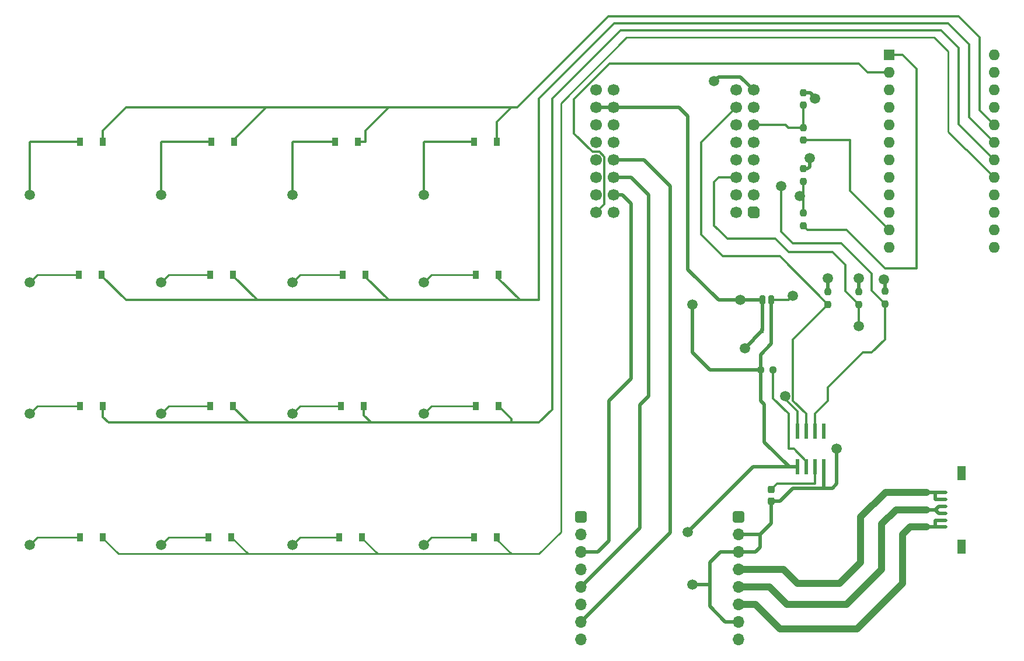
<source format=gbr>
%TF.GenerationSoftware,KiCad,Pcbnew,(6.0.1)*%
%TF.CreationDate,2022-11-10T11:11:30+08:00*%
%TF.ProjectId,Scroller1,5363726f-6c6c-4657-9231-2e6b69636164,rev?*%
%TF.SameCoordinates,Original*%
%TF.FileFunction,Copper,L1,Top*%
%TF.FilePolarity,Positive*%
%FSLAX46Y46*%
G04 Gerber Fmt 4.6, Leading zero omitted, Abs format (unit mm)*
G04 Created by KiCad (PCBNEW (6.0.1)) date 2022-11-10 11:11:30*
%MOMM*%
%LPD*%
G01*
G04 APERTURE LIST*
G04 Aperture macros list*
%AMRoundRect*
0 Rectangle with rounded corners*
0 $1 Rounding radius*
0 $2 $3 $4 $5 $6 $7 $8 $9 X,Y pos of 4 corners*
0 Add a 4 corners polygon primitive as box body*
4,1,4,$2,$3,$4,$5,$6,$7,$8,$9,$2,$3,0*
0 Add four circle primitives for the rounded corners*
1,1,$1+$1,$2,$3*
1,1,$1+$1,$4,$5*
1,1,$1+$1,$6,$7*
1,1,$1+$1,$8,$9*
0 Add four rect primitives between the rounded corners*
20,1,$1+$1,$2,$3,$4,$5,0*
20,1,$1+$1,$4,$5,$6,$7,0*
20,1,$1+$1,$6,$7,$8,$9,0*
20,1,$1+$1,$8,$9,$2,$3,0*%
%AMFreePoly0*
4,1,19,-0.850000,0.510000,-0.510000,0.850000,0.255000,0.850000,0.408997,0.829726,0.552500,0.770285,0.675729,0.675729,0.770285,0.552500,0.829726,0.408997,0.850000,0.255000,0.850000,-0.510000,0.510000,-0.850000,-0.255000,-0.850000,-0.408997,-0.829726,-0.552500,-0.770285,-0.675729,-0.675729,-0.770285,-0.552500,-0.829726,-0.408997,-0.850000,-0.255000,-0.850000,0.510000,-0.850000,0.510000,
$1*%
G04 Aperture macros list end*
%TA.AperFunction,SMDPad,CuDef*%
%ADD10R,0.900000X1.200000*%
%TD*%
%TA.AperFunction,SMDPad,CuDef*%
%ADD11RoundRect,0.237500X0.237500X-0.250000X0.237500X0.250000X-0.237500X0.250000X-0.237500X-0.250000X0*%
%TD*%
%TA.AperFunction,SMDPad,CuDef*%
%ADD12RoundRect,0.237500X0.237500X-0.300000X0.237500X0.300000X-0.237500X0.300000X-0.237500X-0.300000X0*%
%TD*%
%TA.AperFunction,SMDPad,CuDef*%
%ADD13RoundRect,0.237500X-0.237500X0.250000X-0.237500X-0.250000X0.237500X-0.250000X0.237500X0.250000X0*%
%TD*%
%TA.AperFunction,SMDPad,CuDef*%
%ADD14RoundRect,0.208750X0.208750X0.431250X-0.208750X0.431250X-0.208750X-0.431250X0.208750X-0.431250X0*%
%TD*%
%TA.AperFunction,SMDPad,CuDef*%
%ADD15R,0.600000X2.200000*%
%TD*%
%TA.AperFunction,SMDPad,CuDef*%
%ADD16R,0.600000X0.700000*%
%TD*%
%TA.AperFunction,ComponentPad*%
%ADD17RoundRect,0.399500X0.450500X0.450500X-0.450500X0.450500X-0.450500X-0.450500X0.450500X-0.450500X0*%
%TD*%
%TA.AperFunction,ComponentPad*%
%ADD18O,1.700000X1.700000*%
%TD*%
%TA.AperFunction,ComponentPad*%
%ADD19FreePoly0,180.000000*%
%TD*%
%TA.AperFunction,ComponentPad*%
%ADD20C,1.700000*%
%TD*%
%TA.AperFunction,ComponentPad*%
%ADD21R,1.600000X1.600000*%
%TD*%
%TA.AperFunction,ComponentPad*%
%ADD22O,1.600000X1.600000*%
%TD*%
%TA.AperFunction,SMDPad,CuDef*%
%ADD23RoundRect,0.237500X-0.250000X-0.237500X0.250000X-0.237500X0.250000X0.237500X-0.250000X0.237500X0*%
%TD*%
%TA.AperFunction,SMDPad,CuDef*%
%ADD24R,1.000000X0.400000*%
%TD*%
%TA.AperFunction,SMDPad,CuDef*%
%ADD25R,1.300000X2.000000*%
%TD*%
%TA.AperFunction,ViaPad*%
%ADD26C,1.500000*%
%TD*%
%TA.AperFunction,Conductor*%
%ADD27C,0.300000*%
%TD*%
%TA.AperFunction,Conductor*%
%ADD28C,0.250000*%
%TD*%
%TA.AperFunction,Conductor*%
%ADD29C,0.500000*%
%TD*%
%TA.AperFunction,Conductor*%
%ADD30C,1.000000*%
%TD*%
G04 APERTURE END LIST*
D10*
%TO.P,D1_1,1,K*%
%TO.N,/Row 2*%
X119194000Y-91821000D03*
%TO.P,D1_1,2,A*%
%TO.N,Net-(D1_1-Pad2)*%
X115894000Y-91821000D03*
%TD*%
%TO.P,D1_0,1,K*%
%TO.N,/Row 2*%
X138498000Y-91821000D03*
%TO.P,D1_0,2,A*%
%TO.N,Net-(D1_0-Pad2)*%
X135198000Y-91821000D03*
%TD*%
%TO.P,D2_0,1,K*%
%TO.N,/Row 3*%
X138496000Y-110871000D03*
%TO.P,D2_0,2,A*%
%TO.N,Net-(D2_0-Pad2)*%
X135196000Y-110871000D03*
%TD*%
%TO.P,D1_2,1,K*%
%TO.N,/Row 2*%
X100016000Y-91821000D03*
%TO.P,D1_2,2,A*%
%TO.N,Net-(D1_2-Pad2)*%
X96716000Y-91821000D03*
%TD*%
%TO.P,D2_3,1,K*%
%TO.N,/Row 3*%
X81092000Y-110871000D03*
%TO.P,D2_3,2,A*%
%TO.N,Net-(D2_3-Pad2)*%
X77792000Y-110871000D03*
%TD*%
%TO.P,D2_2,1,K*%
%TO.N,/Row 3*%
X100014000Y-110871000D03*
%TO.P,D2_2,2,A*%
%TO.N,Net-(D2_2-Pad2)*%
X96714000Y-110871000D03*
%TD*%
%TO.P,D0_3,1,K*%
%TO.N,/Row 1*%
X81092000Y-72517000D03*
%TO.P,D0_3,2,A*%
%TO.N,Net-(D0_3-Pad2)*%
X77792000Y-72517000D03*
%TD*%
%TO.P,D3_1,1,K*%
%TO.N,/Row 4*%
X118684000Y-129921000D03*
%TO.P,D3_1,2,A*%
%TO.N,Net-(D3_1-Pad2)*%
X115384000Y-129921000D03*
%TD*%
%TO.P,D2_1,1,K*%
%TO.N,/Row 3*%
X118938000Y-110871000D03*
%TO.P,D2_1,2,A*%
%TO.N,Net-(D2_1-Pad2)*%
X115638000Y-110871000D03*
%TD*%
%TO.P,D3_3,1,K*%
%TO.N,/Row 4*%
X81092000Y-129921000D03*
%TO.P,D3_3,2,A*%
%TO.N,Net-(D3_3-Pad2)*%
X77792000Y-129921000D03*
%TD*%
%TO.P,D3_0,1,K*%
%TO.N,/Row 4*%
X138242000Y-129921000D03*
%TO.P,D3_0,2,A*%
%TO.N,Net-(D3_0-Pad2)*%
X134942000Y-129921000D03*
%TD*%
%TO.P,D0_2,1,K*%
%TO.N,/Row 1*%
X100142000Y-72517000D03*
%TO.P,D0_2,2,A*%
%TO.N,Net-(D0_2-Pad2)*%
X96842000Y-72517000D03*
%TD*%
%TO.P,D1_3,1,K*%
%TO.N,/Row 2*%
X80966000Y-91821000D03*
%TO.P,D1_3,2,A*%
%TO.N,Net-(D1_3-Pad2)*%
X77666000Y-91821000D03*
%TD*%
%TO.P,D3_2,1,K*%
%TO.N,/Row 4*%
X99760000Y-129921000D03*
%TO.P,D3_2,2,A*%
%TO.N,Net-(D3_2-Pad2)*%
X96460000Y-129921000D03*
%TD*%
%TO.P,D0_0,1,K*%
%TO.N,/Row 1*%
X138242000Y-72517000D03*
%TO.P,D0_0,2,A*%
%TO.N,Net-(D0_0-Pad2)*%
X134942000Y-72517000D03*
%TD*%
D11*
%TO.P,RS_2,1*%
%TO.N,Net-(ESP32-Pad17)*%
X182696075Y-78279000D03*
%TO.P,RS_2,2*%
%TO.N,GND*%
X182696075Y-76454000D03*
%TD*%
D12*
%TO.P,C1,1*%
%TO.N,GND*%
X178040000Y-124714000D03*
%TO.P,C1,2*%
%TO.N,Net-(C1-Pad2)*%
X178040000Y-122989000D03*
%TD*%
D13*
%TO.P,RT_4,1*%
%TO.N,+3V3*%
X194550000Y-94234000D03*
%TO.P,RT_4,2*%
%TO.N,SDA*%
X194550000Y-96059000D03*
%TD*%
D10*
%TO.P,D0_1,1,K*%
%TO.N,/Row 1*%
X118135400Y-72517000D03*
%TO.P,D0_1,2,A*%
%TO.N,Net-(D0_1-Pad2)*%
X114835400Y-72517000D03*
%TD*%
D14*
%TO.P,C2,1*%
%TO.N,+3V3*%
X178032500Y-95504000D03*
%TO.P,C2,2*%
%TO.N,GND*%
X176777500Y-95504000D03*
%TD*%
D15*
%TO.P,UM1,1,VDD*%
%TO.N,+3V3*%
X181850035Y-119692460D03*
%TO.P,UM1,2,MODE*%
%TO.N,Net-(RT_1-Pad2)*%
X183120035Y-119692460D03*
%TO.P,UM1,3,OUT*%
%TO.N,Net-(C1-Pad2)*%
X184390035Y-119692460D03*
%TO.P,UM1,4,GND*%
%TO.N,GND*%
X185660035Y-119692460D03*
%TO.P,UM1,5,PUSH*%
%TO.N,unconnected-(UM1-Pad5)*%
X185660035Y-114492460D03*
%TO.P,UM1,6,A/SDA*%
%TO.N,SDA*%
X184390035Y-114492460D03*
%TO.P,UM1,7,B/SCL*%
%TO.N,SCL*%
X183120035Y-114492460D03*
%TO.P,UM1,8,Z/CSn*%
%TO.N,CSn*%
X181850035Y-114492460D03*
%TD*%
D13*
%TO.P,RT_2,1*%
%TO.N,+3V3*%
X190740000Y-94314000D03*
%TO.P,RT_2,2*%
%TO.N,CSn*%
X190740000Y-96139000D03*
%TD*%
D16*
%TO.P,D1,1,K*%
%TO.N,+3V3*%
X178054000Y-99949000D03*
%TO.P,D1,2,A*%
%TO.N,GND*%
X176654000Y-99949000D03*
%TD*%
D17*
%TO.P,TMC1,1,+VCC_IO*%
%TO.N,+3V3*%
X150472107Y-126961107D03*
D18*
%TO.P,TMC1,2,GND*%
%TO.N,GND*%
X150472107Y-129501107D03*
%TO.P,TMC1,3,UH_in*%
%TO.N,/UH_In*%
X150472107Y-132041107D03*
%TO.P,TMC1,4,UL_in*%
%TO.N,/UL_In*%
X150472107Y-134581107D03*
%TO.P,TMC1,5,VH_in*%
%TO.N,/VH_In*%
X150472107Y-137121107D03*
%TO.P,TMC1,6,VL_in*%
%TO.N,/VL_In*%
X150472107Y-139661107D03*
%TO.P,TMC1,7,WH_in*%
%TO.N,/WH_In*%
X150472107Y-142201107D03*
%TO.P,TMC1,8,WL_in*%
%TO.N,/WL_In*%
X150472107Y-144741107D03*
D17*
%TO.P,TMC1,9,+VBAT*%
%TO.N,+5V*%
X173272107Y-126961107D03*
D18*
%TO.P,TMC1,10,GND*%
%TO.N,GND*%
X173272107Y-129501107D03*
%TO.P,TMC1,11,GND*%
X173272107Y-132041107D03*
%TO.P,TMC1,12,W*%
%TO.N,/W_Out*%
X173272107Y-134581107D03*
%TO.P,TMC1,13,V*%
%TO.N,/V_Out*%
X173272107Y-137121107D03*
%TO.P,TMC1,14,W*%
%TO.N,/U_Out*%
X173272107Y-139661107D03*
%TO.P,TMC1,15,GND*%
%TO.N,GND*%
X173272107Y-142201107D03*
%TO.P,TMC1,16,DIAG*%
%TO.N,unconnected-(TMC1-Pad16)*%
X173272107Y-144741107D03*
%TD*%
D11*
%TO.P,RM_1,1*%
%TO.N,Net-(QMK1-Pad11)*%
X182696075Y-72286500D03*
%TO.P,RM_1,2*%
%TO.N,Net-(ESP32-Pad6)*%
X182696075Y-70461500D03*
%TD*%
D19*
%TO.P,ESP32,1,EN*%
%TO.N,unconnected-(ESP32-Pad1)*%
X175500000Y-82804000D03*
D20*
%TO.P,ESP32,2,GPIO3*%
%TO.N,unconnected-(ESP32-Pad2)*%
X175500000Y-80264000D03*
%TO.P,ESP32,3,GPIO5*%
%TO.N,unconnected-(ESP32-Pad3)*%
X175500000Y-77724000D03*
%TO.P,ESP32,4,GPIO7*%
%TO.N,unconnected-(ESP32-Pad4)*%
X175500000Y-75184000D03*
%TO.P,ESP32,5,GPIO9*%
%TO.N,unconnected-(ESP32-Pad5)*%
X175500000Y-72644000D03*
%TO.P,ESP32,6,GPIO11*%
%TO.N,Net-(ESP32-Pad6)*%
X175500000Y-70104000D03*
%TO.P,ESP32,7,GPIO12*%
%TO.N,SDA*%
X175500000Y-67564000D03*
%TO.P,ESP32,8,3V3*%
%TO.N,+3V3*%
X175500000Y-65024000D03*
%TO.P,ESP32,9,VBUS*%
%TO.N,+5V*%
X152640000Y-65024000D03*
%TO.P,ESP32,10,GND*%
%TO.N,GND*%
X152640000Y-67564000D03*
%TO.P,ESP32,11,XTAL_32K_N*%
%TO.N,unconnected-(ESP32-Pad11)*%
X152640000Y-70104000D03*
%TO.P,ESP32,12,DAC_2*%
%TO.N,unconnected-(ESP32-Pad12)*%
X152640000Y-72644000D03*
%TO.P,ESP32,13,GPIO33*%
%TO.N,/WL_In*%
X152640000Y-75184000D03*
%TO.P,ESP32,14,GPIO35*%
%TO.N,/VL_In*%
X152640000Y-77724000D03*
%TO.P,ESP32,15,GPIO37*%
%TO.N,/UL_In*%
X152640000Y-80264000D03*
%TO.P,ESP32,16,MTCK*%
%TO.N,Net-(ESP32-Pad16)*%
X152640000Y-82804000D03*
%TO.P,ESP32,17,GPIO1*%
%TO.N,Net-(ESP32-Pad17)*%
X172960000Y-82804000D03*
%TO.P,ESP32,18,GPIO2*%
%TO.N,unconnected-(ESP32-Pad18)*%
X172960000Y-80264000D03*
%TO.P,ESP32,19,GPIO4*%
%TO.N,CSn*%
X172960000Y-77724000D03*
%TO.P,ESP32,20,GPIO6*%
%TO.N,unconnected-(ESP32-Pad20)*%
X172960000Y-75184000D03*
%TO.P,ESP32,21,GPIO8*%
%TO.N,unconnected-(ESP32-Pad21)*%
X172960000Y-72644000D03*
%TO.P,ESP32,22,GPIO10*%
%TO.N,unconnected-(ESP32-Pad22)*%
X172960000Y-70104000D03*
%TO.P,ESP32,23,GPIO13*%
%TO.N,SCL*%
X172960000Y-67564000D03*
%TO.P,ESP32,24,GPIO14*%
%TO.N,unconnected-(ESP32-Pad24)*%
X172960000Y-65024000D03*
%TO.P,ESP32,25,XTAL_32K_P*%
%TO.N,unconnected-(ESP32-Pad25)*%
X155180000Y-65024000D03*
%TO.P,ESP32,26,GND*%
%TO.N,GND*%
X155180000Y-67564000D03*
%TO.P,ESP32,27,DAC_1*%
%TO.N,unconnected-(ESP32-Pad27)*%
X155180000Y-70104000D03*
%TO.P,ESP32,28,GPIO21*%
%TO.N,unconnected-(ESP32-Pad28)*%
X155180000Y-72644000D03*
%TO.P,ESP32,29,GPIO34*%
%TO.N,/WH_In*%
X155180000Y-75184000D03*
%TO.P,ESP32,30,GPIO36*%
%TO.N,/VH_In*%
X155180000Y-77724000D03*
%TO.P,ESP32,31,GPIO38*%
%TO.N,/UH_In*%
X155180000Y-80264000D03*
%TO.P,ESP32,32,MTDO*%
%TO.N,unconnected-(ESP32-Pad32)*%
X155180000Y-82804000D03*
%TD*%
D13*
%TO.P,RT_3,1*%
%TO.N,+3V3*%
X186295000Y-94314000D03*
%TO.P,RT_3,2*%
%TO.N,SCL*%
X186295000Y-96139000D03*
%TD*%
D21*
%TO.P,QMK1,1,D1/TX*%
%TO.N,Net-(QMK1-Pad1)*%
X195185000Y-59944000D03*
D22*
%TO.P,QMK1,2,D0/RX*%
%TO.N,Net-(ESP32-Pad16)*%
X195185000Y-62484000D03*
%TO.P,QMK1,3,GND*%
%TO.N,GND*%
X195185000Y-65024000D03*
%TO.P,QMK1,4,GND*%
X195185000Y-67564000D03*
%TO.P,QMK1,5,D2*%
%TO.N,unconnected-(QMK1-Pad5)*%
X195185000Y-70104000D03*
%TO.P,QMK1,6,~D3*%
%TO.N,unconnected-(QMK1-Pad6)*%
X195185000Y-72644000D03*
%TO.P,QMK1,7,D4/A6*%
%TO.N,unconnected-(QMK1-Pad7)*%
X195185000Y-75184000D03*
%TO.P,QMK1,8,~D5*%
%TO.N,unconnected-(QMK1-Pad8)*%
X195185000Y-77724000D03*
%TO.P,QMK1,9,~D6/A7*%
%TO.N,unconnected-(QMK1-Pad9)*%
X195185000Y-80264000D03*
%TO.P,QMK1,10,D7*%
%TO.N,unconnected-(QMK1-Pad10)*%
X195185000Y-82804000D03*
%TO.P,QMK1,11,D8/A8*%
%TO.N,Net-(QMK1-Pad11)*%
X195185000Y-85344000D03*
%TO.P,QMK1,12,~D9/A9*%
%TO.N,unconnected-(QMK1-Pad12)*%
X195185000Y-87884000D03*
%TO.P,QMK1,13,~D10/A10*%
%TO.N,/Col 4*%
X210425000Y-87884000D03*
%TO.P,QMK1,14,D16*%
%TO.N,/Col 3*%
X210425000Y-85344000D03*
%TO.P,QMK1,15,D14*%
%TO.N,/Col 2*%
X210425000Y-82804000D03*
%TO.P,QMK1,16,D15*%
%TO.N,/Col 1*%
X210425000Y-80264000D03*
%TO.P,QMK1,17,D18/A0*%
%TO.N,/Row 4*%
X210425000Y-77724000D03*
%TO.P,QMK1,18,D19/A1*%
%TO.N,/Row 3*%
X210425000Y-75184000D03*
%TO.P,QMK1,19,D20/A2*%
%TO.N,/Row 2*%
X210425000Y-72644000D03*
%TO.P,QMK1,20,D21/A3*%
%TO.N,/Row 1*%
X210425000Y-70104000D03*
%TO.P,QMK1,21,VCC*%
%TO.N,+5V*%
X210425000Y-67564000D03*
%TO.P,QMK1,22,RST*%
%TO.N,unconnected-(QMK1-Pad22)*%
X210425000Y-65024000D03*
%TO.P,QMK1,23,GND*%
%TO.N,GND*%
X210425000Y-62484000D03*
%TO.P,QMK1,24,RAW*%
%TO.N,unconnected-(QMK1-Pad24)*%
X210425000Y-59944000D03*
%TD*%
D23*
%TO.P,RT_1,1*%
%TO.N,+3V3*%
X176492500Y-105664000D03*
%TO.P,RT_1,2*%
%TO.N,Net-(RT_1-Pad2)*%
X178317500Y-105664000D03*
%TD*%
D11*
%TO.P,RS_1,1*%
%TO.N,Net-(QMK1-Pad1)*%
X182696075Y-84709000D03*
%TO.P,RS_1,2*%
%TO.N,Net-(ESP32-Pad17)*%
X182696075Y-82884000D03*
%TD*%
D24*
%TO.P,UVW1,1,Pin_1*%
%TO.N,/U_Out*%
X202947000Y-128444000D03*
%TO.P,UVW1,2,Pin_2*%
X202947000Y-127444000D03*
%TO.P,UVW1,3,Pin_3*%
%TO.N,/V_Out*%
X202947000Y-126444000D03*
%TO.P,UVW1,4,Pin_4*%
X202947000Y-125444000D03*
%TO.P,UVW1,5,Pin_5*%
%TO.N,/W_Out*%
X202947000Y-124444000D03*
%TO.P,UVW1,6,Pin_6*%
X202947000Y-123444000D03*
D25*
%TO.P,UVW1,MP*%
%TO.N,N/C*%
X205647000Y-120644000D03*
X205647000Y-131244000D03*
%TD*%
D11*
%TO.P,RM_2,1*%
%TO.N,Net-(ESP32-Pad6)*%
X182696075Y-67206500D03*
%TO.P,RM_2,2*%
%TO.N,GND*%
X182696075Y-65381500D03*
%TD*%
D26*
%TO.N,Net-(D1_1-Pad2)*%
X108592000Y-92964000D03*
%TO.N,Net-(D2_1-Pad2)*%
X108592000Y-112014000D03*
%TO.N,Net-(D3_2-Pad2)*%
X89542000Y-131064000D03*
%TO.N,Net-(D3_1-Pad2)*%
X108592000Y-131064000D03*
%TO.N,Net-(D0_2-Pad2)*%
X89542000Y-80264000D03*
%TO.N,Net-(D0_1-Pad2)*%
X108592000Y-80264000D03*
%TO.N,Net-(D1_2-Pad2)*%
X89542000Y-92964000D03*
%TO.N,Net-(D3_0-Pad2)*%
X127642000Y-131064000D03*
%TO.N,Net-(D2_0-Pad2)*%
X127642000Y-112014000D03*
%TO.N,Net-(D2_2-Pad2)*%
X89542000Y-112014000D03*
%TO.N,Net-(D1_0-Pad2)*%
X127642000Y-92964000D03*
%TO.N,Net-(D3_3-Pad2)*%
X70492000Y-131064000D03*
%TO.N,Net-(D0_0-Pad2)*%
X127642000Y-80264000D03*
%TO.N,Net-(D1_3-Pad2)*%
X70492000Y-92964000D03*
%TO.N,Net-(D2_3-Pad2)*%
X70492000Y-112014000D03*
%TO.N,Net-(D0_3-Pad2)*%
X70492000Y-80264000D03*
%TO.N,GND*%
X174230000Y-102489000D03*
X166610000Y-136779000D03*
X183648575Y-74866500D03*
X187565000Y-117094000D03*
X173595000Y-95504000D03*
X184390000Y-66294000D03*
%TO.N,+3V3*%
X166610000Y-96139000D03*
X190740000Y-92329000D03*
X194407536Y-92471464D03*
X165975000Y-129159000D03*
X186295000Y-92329000D03*
X181215000Y-94869000D03*
X169785000Y-63754000D03*
%TO.N,SDA*%
X179521075Y-78994000D03*
%TO.N,Net-(ESP32-Pad17)*%
X182186555Y-80389480D03*
%TO.N,CSn*%
X180086000Y-109474000D03*
X190740000Y-99314000D03*
%TD*%
D27*
%TO.N,Net-(D0_1-Pad2)*%
X108719000Y-72517000D02*
X114835400Y-72517000D01*
%TO.N,/Row 2*%
X84462000Y-95504000D02*
X102242000Y-95504000D01*
D28*
%TO.N,/Row 4*%
X118684000Y-130071000D02*
X120947000Y-132334000D01*
D27*
%TO.N,/Row 3*%
X118938000Y-110871000D02*
X118938000Y-112200000D01*
D28*
%TO.N,Net-(D3_1-Pad2)*%
X109735000Y-129921000D02*
X108592000Y-131064000D01*
%TO.N,/Row 4*%
X118684000Y-129921000D02*
X118684000Y-130071000D01*
%TO.N,Net-(D1_2-Pad2)*%
X96716000Y-91821000D02*
X90685000Y-91821000D01*
D27*
%TO.N,/Row 3*%
X100014000Y-111056000D02*
X102242000Y-113284000D01*
X81922000Y-113284000D02*
X102242000Y-113284000D01*
X81092000Y-112454000D02*
X81922000Y-113284000D01*
%TO.N,Net-(D0_3-Pad2)*%
X70492000Y-72644000D02*
X70492000Y-80264000D01*
X70619000Y-72517000D02*
X70492000Y-72644000D01*
%TO.N,/Row 2*%
X102242000Y-95504000D02*
X103512000Y-95504000D01*
D28*
%TO.N,Net-(D3_0-Pad2)*%
X134942000Y-129921000D02*
X128785000Y-129921000D01*
%TO.N,Net-(D2_2-Pad2)*%
X90685000Y-110871000D02*
X89542000Y-112014000D01*
%TO.N,Net-(D2_1-Pad2)*%
X109735000Y-110871000D02*
X108592000Y-112014000D01*
%TO.N,Net-(D3_2-Pad2)*%
X90685000Y-129921000D02*
X89542000Y-131064000D01*
D27*
%TO.N,/Row 2*%
X138498000Y-91821000D02*
X138498000Y-92390000D01*
%TO.N,/Row 1*%
X81092000Y-72517000D02*
X81092000Y-70934000D01*
D28*
%TO.N,Net-(D2_0-Pad2)*%
X128785000Y-110871000D02*
X127642000Y-112014000D01*
%TO.N,Net-(D2_3-Pad2)*%
X71635000Y-110871000D02*
X70492000Y-112014000D01*
%TO.N,Net-(D1_1-Pad2)*%
X109735000Y-91821000D02*
X108592000Y-92964000D01*
D27*
%TO.N,/Row 3*%
X118938000Y-112200000D02*
X120022000Y-113284000D01*
X140342000Y-112717000D02*
X140342000Y-113284000D01*
D28*
%TO.N,Net-(D1_3-Pad2)*%
X77666000Y-91821000D02*
X71635000Y-91821000D01*
%TO.N,Net-(D1_0-Pad2)*%
X135198000Y-91821000D02*
X128785000Y-91821000D01*
%TO.N,/Row 4*%
X102173000Y-132334000D02*
X121292000Y-132334000D01*
D27*
%TO.N,Net-(D0_0-Pad2)*%
X127642000Y-72644000D02*
X127642000Y-80264000D01*
%TO.N,/Row 2*%
X100016000Y-92008000D02*
X103512000Y-95504000D01*
X138498000Y-92390000D02*
X141612000Y-95504000D01*
%TO.N,/Row 1*%
X122562000Y-67564000D02*
X140342000Y-67564000D01*
%TO.N,Net-(D0_2-Pad2)*%
X89669000Y-72517000D02*
X89542000Y-72644000D01*
D28*
%TO.N,Net-(D2_3-Pad2)*%
X77792000Y-110871000D02*
X71635000Y-110871000D01*
D27*
%TO.N,Net-(D0_2-Pad2)*%
X89542000Y-72644000D02*
X89542000Y-80264000D01*
D28*
%TO.N,Net-(D2_1-Pad2)*%
X115638000Y-110871000D02*
X109735000Y-110871000D01*
D27*
%TO.N,Net-(D0_2-Pad2)*%
X96842000Y-72517000D02*
X89669000Y-72517000D01*
D28*
%TO.N,Net-(D3_2-Pad2)*%
X96460000Y-129921000D02*
X90685000Y-129921000D01*
%TO.N,Net-(D1_3-Pad2)*%
X71635000Y-91821000D02*
X70492000Y-92964000D01*
D27*
%TO.N,/Row 1*%
X119192000Y-72517000D02*
X119192000Y-70934000D01*
%TO.N,/Row 3*%
X102242000Y-113284000D02*
X120022000Y-113284000D01*
%TO.N,/Row 2*%
X103512000Y-95504000D02*
X122562000Y-95504000D01*
X119194000Y-92136000D02*
X122562000Y-95504000D01*
%TO.N,/Row 1*%
X119192000Y-70934000D02*
X122562000Y-67564000D01*
D28*
%TO.N,Net-(D3_3-Pad2)*%
X77792000Y-129921000D02*
X71635000Y-129921000D01*
%TO.N,/Row 4*%
X138242000Y-130234000D02*
X140342000Y-132334000D01*
%TO.N,Net-(D3_1-Pad2)*%
X115384000Y-129921000D02*
X109735000Y-129921000D01*
D27*
%TO.N,Net-(D0_0-Pad2)*%
X134942000Y-72517000D02*
X127769000Y-72517000D01*
%TO.N,Net-(D0_1-Pad2)*%
X108592000Y-72644000D02*
X108592000Y-80264000D01*
D28*
%TO.N,/Row 4*%
X138242000Y-129921000D02*
X138242000Y-130234000D01*
D27*
%TO.N,Net-(D0_0-Pad2)*%
X127769000Y-72517000D02*
X127642000Y-72644000D01*
%TO.N,/Row 2*%
X100016000Y-91821000D02*
X100016000Y-92008000D01*
X80966000Y-91821000D02*
X80966000Y-92008000D01*
D28*
%TO.N,Net-(D1_2-Pad2)*%
X90685000Y-91821000D02*
X89542000Y-92964000D01*
%TO.N,Net-(D3_0-Pad2)*%
X128785000Y-129921000D02*
X127642000Y-131064000D01*
%TO.N,/Row 4*%
X120947000Y-132334000D02*
X140342000Y-132334000D01*
D27*
%TO.N,Net-(D0_1-Pad2)*%
X108719000Y-72517000D02*
X108592000Y-72644000D01*
%TO.N,/Row 2*%
X80966000Y-92008000D02*
X84462000Y-95504000D01*
D28*
%TO.N,Net-(D2_2-Pad2)*%
X96714000Y-110871000D02*
X90685000Y-110871000D01*
D27*
%TO.N,/Row 1*%
X100142000Y-72204000D02*
X104782000Y-67564000D01*
D28*
%TO.N,Net-(D1_0-Pad2)*%
X128785000Y-91821000D02*
X127642000Y-92964000D01*
D27*
%TO.N,Net-(D0_3-Pad2)*%
X77792000Y-72517000D02*
X70619000Y-72517000D01*
%TO.N,/Row 1*%
X84462000Y-67564000D02*
X104782000Y-67564000D01*
%TO.N,/Row 3*%
X100014000Y-110871000D02*
X100014000Y-111056000D01*
D28*
%TO.N,Net-(D1_1-Pad2)*%
X115894000Y-91821000D02*
X109735000Y-91821000D01*
%TO.N,/Row 4*%
X81092000Y-130071000D02*
X83355000Y-132334000D01*
D27*
%TO.N,/Row 1*%
X104782000Y-67564000D02*
X122562000Y-67564000D01*
D28*
%TO.N,/Row 4*%
X83355000Y-132334000D02*
X102173000Y-132334000D01*
%TO.N,Net-(D2_0-Pad2)*%
X135196000Y-110871000D02*
X128785000Y-110871000D01*
%TO.N,Net-(D3_3-Pad2)*%
X71635000Y-129921000D02*
X70492000Y-131064000D01*
D27*
%TO.N,/Row 2*%
X122562000Y-95504000D02*
X140342000Y-95504000D01*
%TO.N,/Row 1*%
X138242000Y-72517000D02*
X138242000Y-69664000D01*
D28*
%TO.N,/Row 4*%
X81092000Y-129921000D02*
X81092000Y-130071000D01*
D27*
%TO.N,/Row 1*%
X81092000Y-70934000D02*
X84462000Y-67564000D01*
%TO.N,/Row 2*%
X140342000Y-95504000D02*
X141612000Y-95504000D01*
%TO.N,/Row 1*%
X138242000Y-69664000D02*
X140342000Y-67564000D01*
%TO.N,/Row 3*%
X120022000Y-113284000D02*
X140342000Y-113284000D01*
%TO.N,/Row 1*%
X100142000Y-72517000D02*
X100142000Y-72204000D01*
%TO.N,/Row 2*%
X119194000Y-91821000D02*
X119194000Y-92136000D01*
%TO.N,/Row 3*%
X138496000Y-110871000D02*
X140342000Y-112717000D01*
X81092000Y-110871000D02*
X81092000Y-112454000D01*
D28*
%TO.N,/Row 4*%
X99760000Y-129921000D02*
X102173000Y-132334000D01*
D27*
%TO.N,/Row 1*%
X119192000Y-72517000D02*
X118135400Y-72517000D01*
%TO.N,CSn*%
X181850035Y-111633035D02*
X181850035Y-114492460D01*
X180086000Y-109474000D02*
X180086000Y-109869000D01*
X180086000Y-109869000D02*
X181850035Y-111633035D01*
D29*
%TO.N,+3V3*%
X176530000Y-110081850D02*
X176530000Y-105701500D01*
X176530000Y-105701500D02*
X176492500Y-105664000D01*
X177038000Y-110589850D02*
X176530000Y-110081850D01*
X177038000Y-116092000D02*
X177038000Y-110589850D01*
X180638460Y-119692460D02*
X177038000Y-116092000D01*
%TO.N,GND*%
X152640000Y-67564000D02*
X155180000Y-67564000D01*
X178040000Y-124714000D02*
X179310000Y-124714000D01*
X185660035Y-122808965D02*
X185660035Y-119692460D01*
X169150000Y-139954000D02*
X171397107Y-142201107D01*
X169150000Y-136779000D02*
X166610000Y-136779000D01*
X183331075Y-65381500D02*
X183688575Y-65381500D01*
X170712893Y-132041107D02*
X169150000Y-133604000D01*
X165975000Y-91059000D02*
X170420000Y-95504000D01*
X183648575Y-76136500D02*
X183331075Y-76454000D01*
X186930000Y-122809000D02*
X185660000Y-122809000D01*
X183648575Y-74866500D02*
X183648575Y-76136500D01*
X187565000Y-117094000D02*
X187565000Y-122174000D01*
X175792893Y-132041107D02*
X173272107Y-132041107D01*
X165975000Y-68834000D02*
X165975000Y-91059000D01*
X183688575Y-65381500D02*
X184601075Y-66294000D01*
X169150000Y-133604000D02*
X169150000Y-136779000D01*
X181215000Y-122809000D02*
X185660000Y-122809000D01*
X176654000Y-99949000D02*
X175500000Y-101103000D01*
X179310000Y-124714000D02*
X181215000Y-122809000D01*
X173272107Y-132041107D02*
X170712893Y-132041107D01*
X169150000Y-136779000D02*
X169150000Y-139954000D01*
X178040000Y-127889000D02*
X176427893Y-129501107D01*
X176427893Y-129501107D02*
X173272107Y-129501107D01*
X164705000Y-67564000D02*
X155180000Y-67564000D01*
X164705000Y-67564000D02*
X165975000Y-68834000D01*
X171397107Y-142201107D02*
X173272107Y-142201107D01*
X175500000Y-101219000D02*
X174230000Y-102489000D01*
X178040000Y-124714000D02*
X178040000Y-127889000D01*
X176777500Y-95504000D02*
X176777500Y-99825500D01*
X185660000Y-122809000D02*
X185660035Y-122808965D01*
X174865000Y-95504000D02*
X173595000Y-95504000D01*
X187565000Y-122174000D02*
X186930000Y-122809000D01*
X170420000Y-95504000D02*
X174865000Y-95504000D01*
X176427893Y-131406107D02*
X175792893Y-132041107D01*
X175500000Y-101103000D02*
X175500000Y-101219000D01*
X176427893Y-129501107D02*
X176427893Y-131406107D01*
X176777500Y-95504000D02*
X174865000Y-95504000D01*
X176777500Y-99825500D02*
X176654000Y-99949000D01*
D27*
%TO.N,Net-(C1-Pad2)*%
X184390000Y-122174000D02*
X184390035Y-122173965D01*
X178855000Y-122174000D02*
X184390000Y-122174000D01*
X184390035Y-122173965D02*
X184390035Y-119692460D01*
X178040000Y-122989000D02*
X178855000Y-122174000D01*
%TO.N,+3V3*%
X180580000Y-95504000D02*
X181215000Y-94869000D01*
D29*
X166610000Y-103124000D02*
X169150000Y-105664000D01*
X169150000Y-105664000D02*
X176492500Y-105664000D01*
X186295000Y-94314000D02*
X186295000Y-92329000D01*
X194550000Y-94234000D02*
X194550000Y-92613928D01*
X178054000Y-95525500D02*
X178032500Y-95504000D01*
X175500000Y-65024000D02*
X173595000Y-63119000D01*
X178054000Y-101840000D02*
X176492500Y-103401500D01*
X175441540Y-119692460D02*
X180638460Y-119692460D01*
X176492500Y-105664000D02*
X176492500Y-103401500D01*
X173595000Y-63119000D02*
X172960000Y-63119000D01*
X178054000Y-99949000D02*
X178054000Y-95525500D01*
D27*
X178032500Y-95504000D02*
X180580000Y-95504000D01*
D29*
X194550000Y-92613928D02*
X194407536Y-92471464D01*
X172960000Y-63119000D02*
X170420000Y-63119000D01*
X170420000Y-63119000D02*
X169785000Y-63754000D01*
X165975000Y-129159000D02*
X175441540Y-119692460D01*
X190740000Y-94314000D02*
X190740000Y-92329000D01*
X166610000Y-96139000D02*
X166610000Y-103124000D01*
X181850035Y-119692460D02*
X180638460Y-119692460D01*
X178054000Y-99949000D02*
X178054000Y-101840000D01*
D27*
%TO.N,/Row 1*%
X208280000Y-67959000D02*
X210425000Y-70104000D01*
X141210000Y-67564000D02*
X154418000Y-54356000D01*
X205232000Y-54356000D02*
X208280000Y-57404000D01*
X208280000Y-57404000D02*
X208280000Y-67959000D01*
X154418000Y-54356000D02*
X205232000Y-54356000D01*
X139305000Y-67564000D02*
X141210000Y-67564000D01*
%TO.N,/Row 2*%
X203708000Y-55372000D02*
X206756000Y-58420000D01*
X155307000Y-55372000D02*
X203708000Y-55372000D01*
X144385000Y-66294000D02*
X155307000Y-55372000D01*
X206756000Y-68975000D02*
X210425000Y-72644000D01*
X140575000Y-95504000D02*
X144385000Y-95504000D01*
X206756000Y-58420000D02*
X206756000Y-68975000D01*
X144385000Y-95504000D02*
X144385000Y-66294000D01*
%TO.N,/Row 3*%
X139305000Y-113284000D02*
X144385000Y-113284000D01*
X202692000Y-56388000D02*
X205232000Y-58928000D01*
X146290000Y-111379000D02*
X146290000Y-66294000D01*
X146290000Y-66294000D02*
X156196000Y-56388000D01*
X156196000Y-56388000D02*
X202692000Y-56388000D01*
X205232000Y-58928000D02*
X205232000Y-69991000D01*
X144385000Y-113284000D02*
X146290000Y-111379000D01*
X205232000Y-69991000D02*
X210425000Y-75184000D01*
D28*
%TO.N,/Row 4*%
X157085000Y-57404000D02*
X201676000Y-57404000D01*
X203708000Y-71120000D02*
X206248000Y-73660000D01*
X139305000Y-132334000D02*
X144385000Y-132334000D01*
X206248000Y-73660000D02*
X206361000Y-73660000D01*
X147560000Y-66929000D02*
X157085000Y-57404000D01*
X201676000Y-57404000D02*
X203708000Y-59436000D01*
X206361000Y-73660000D02*
X210425000Y-77724000D01*
X144385000Y-132334000D02*
X147560000Y-129159000D01*
X147560000Y-129159000D02*
X147560000Y-66929000D01*
X203708000Y-59436000D02*
X203708000Y-71120000D01*
D27*
%TO.N,Net-(ESP32-Pad6)*%
X182696075Y-67206500D02*
X182696075Y-70461500D01*
X180513575Y-70461500D02*
X180156075Y-70104000D01*
X180156075Y-70104000D02*
X175500000Y-70104000D01*
X180513575Y-70461500D02*
X182696075Y-70461500D01*
%TO.N,SDA*%
X192645000Y-103124000D02*
X194550000Y-101219000D01*
X188200000Y-87249000D02*
X181215000Y-87249000D01*
X192645000Y-94154000D02*
X192645000Y-91694000D01*
X181215000Y-87249000D02*
X179521075Y-85555075D01*
X179521075Y-85555075D02*
X179521075Y-78994000D01*
X192645000Y-91694000D02*
X188200000Y-87249000D01*
X194550000Y-96059000D02*
X192645000Y-94154000D01*
X194550000Y-101219000D02*
X194550000Y-96059000D01*
X184390035Y-112013965D02*
X186295000Y-110109000D01*
X186295000Y-108204000D02*
X191375000Y-103124000D01*
X184390035Y-114492460D02*
X184390035Y-112013965D01*
X186295000Y-110109000D02*
X186295000Y-108204000D01*
X191375000Y-103124000D02*
X192645000Y-103124000D01*
%TO.N,Net-(ESP32-Pad16)*%
X152143145Y-73984489D02*
X149465000Y-71306344D01*
X153136855Y-73984489D02*
X152143145Y-73984489D01*
X153839511Y-74687145D02*
X153136855Y-73984489D01*
X152640000Y-82804000D02*
X153839511Y-81604489D01*
X154581072Y-61214000D02*
X190754000Y-61214000D01*
X190754000Y-61214000D02*
X192024000Y-62484000D01*
X192024000Y-62484000D02*
X195185000Y-62484000D01*
X153839511Y-81604489D02*
X153839511Y-74687145D01*
X149465000Y-71306344D02*
X149465000Y-66330072D01*
X149465000Y-66330072D02*
X154581072Y-61214000D01*
%TO.N,Net-(ESP32-Pad17)*%
X182186555Y-80389480D02*
X182696075Y-80899000D01*
X182696075Y-79879960D02*
X182186555Y-80389480D01*
X182696075Y-80899000D02*
X182696075Y-82884000D01*
X182696075Y-78279000D02*
X182696075Y-79879960D01*
%TO.N,CSn*%
X186930000Y-88519000D02*
X188835000Y-90424000D01*
X188835000Y-90424000D02*
X188835000Y-94234000D01*
X180580000Y-88519000D02*
X186930000Y-88519000D01*
X176135000Y-86614000D02*
X178675000Y-86614000D01*
X188835000Y-94234000D02*
X190740000Y-96139000D01*
X171690000Y-86614000D02*
X176135000Y-86614000D01*
X169785000Y-84709000D02*
X170420000Y-85344000D01*
X169785000Y-78359000D02*
X169785000Y-84709000D01*
X170420000Y-77724000D02*
X169785000Y-78359000D01*
X178675000Y-86614000D02*
X180580000Y-88519000D01*
X190740000Y-96139000D02*
X190740000Y-99314000D01*
X170420000Y-85344000D02*
X171690000Y-86614000D01*
X172960000Y-77724000D02*
X170420000Y-77724000D01*
%TO.N,SCL*%
X186295000Y-96139000D02*
X181215000Y-101219000D01*
X181215000Y-110109000D02*
X183120035Y-112014035D01*
X179310000Y-89154000D02*
X171055000Y-89154000D01*
X167880000Y-85979000D02*
X167880000Y-72644000D01*
X171055000Y-89154000D02*
X167880000Y-85979000D01*
X183120035Y-112014035D02*
X183120035Y-114492460D01*
X186295000Y-96139000D02*
X179310000Y-89154000D01*
X167880000Y-72644000D02*
X172960000Y-67564000D01*
X181215000Y-101219000D02*
X181215000Y-110109000D01*
D29*
%TO.N,/WH_In*%
X163435000Y-129238214D02*
X163435000Y-78994000D01*
X150472107Y-142201107D02*
X163435000Y-129238214D01*
X159625000Y-75184000D02*
X155180000Y-75184000D01*
X163435000Y-78994000D02*
X159625000Y-75184000D01*
%TO.N,/VH_In*%
X158990000Y-110744000D02*
X160260000Y-109474000D01*
X150472107Y-137121107D02*
X158990000Y-128603214D01*
X157720000Y-77724000D02*
X155180000Y-77724000D01*
X158990000Y-128603214D02*
X158990000Y-110744000D01*
X160260000Y-80264000D02*
X157720000Y-77724000D01*
X160260000Y-109474000D02*
X160260000Y-80264000D01*
%TO.N,/UH_In*%
X156450000Y-80264000D02*
X155180000Y-80264000D01*
X152932893Y-132041107D02*
X154545000Y-130429000D01*
X154545000Y-110109000D02*
X157720000Y-106934000D01*
X157720000Y-106934000D02*
X157720000Y-81534000D01*
X157720000Y-81534000D02*
X156450000Y-80264000D01*
X150472107Y-132041107D02*
X152932893Y-132041107D01*
X154545000Y-130429000D02*
X154545000Y-110109000D01*
D27*
%TO.N,Net-(QMK1-Pad1)*%
X182696075Y-84709000D02*
X183331075Y-85344000D01*
X199136000Y-90932000D02*
X199136000Y-61976000D01*
X199136000Y-61976000D02*
X197104000Y-59944000D01*
X194564000Y-90932000D02*
X199136000Y-90932000D01*
X188976000Y-85344000D02*
X194564000Y-90932000D01*
X197104000Y-59944000D02*
X195185000Y-59944000D01*
X183331075Y-85344000D02*
X188976000Y-85344000D01*
%TO.N,Net-(QMK1-Pad11)*%
X189507500Y-72286500D02*
X189507500Y-79666500D01*
X189507500Y-72286500D02*
X182696075Y-72286500D01*
X189507500Y-79666500D02*
X195185000Y-85344000D01*
%TO.N,Net-(RT_1-Pad2)*%
X183120035Y-118892460D02*
X181321575Y-117094000D01*
X178317500Y-109751500D02*
X178317500Y-105664000D01*
X180580000Y-117094000D02*
X180580000Y-112014000D01*
X183120035Y-119692460D02*
X183120035Y-118892460D01*
X181321575Y-117094000D02*
X180580000Y-117094000D01*
X180580000Y-112014000D02*
X178317500Y-109751500D01*
D29*
%TO.N,/W_Out*%
X203347000Y-124444000D02*
X201847000Y-124444000D01*
D30*
X181864000Y-136652000D02*
X187960000Y-136652000D01*
D29*
X201823000Y-124420000D02*
X201823000Y-123658000D01*
D30*
X179793107Y-134581107D02*
X181864000Y-136652000D01*
X173272107Y-134581107D02*
X179793107Y-134581107D01*
X191008000Y-133604000D02*
X191008000Y-127000000D01*
X191008000Y-127000000D02*
X194604000Y-123404000D01*
X187960000Y-136652000D02*
X191008000Y-133604000D01*
D29*
X203347000Y-123444000D02*
X202037000Y-123444000D01*
X201823000Y-123658000D02*
X202037000Y-123444000D01*
X200591893Y-123404000D02*
X200553000Y-123365107D01*
X201837000Y-123404000D02*
X200591893Y-123404000D01*
D30*
X194604000Y-123404000D02*
X200591893Y-123404000D01*
D29*
X201847000Y-124444000D02*
X201823000Y-124420000D01*
D30*
%TO.N,/V_Out*%
X180340000Y-139700000D02*
X188976000Y-139700000D01*
D29*
X201837000Y-125944000D02*
X200591893Y-125944000D01*
X200591893Y-125944000D02*
X200553000Y-125905107D01*
D30*
X194056000Y-128016000D02*
X196128000Y-125944000D01*
X188976000Y-139700000D02*
X194056000Y-134620000D01*
X194056000Y-134620000D02*
X194056000Y-128016000D01*
X173272107Y-137121107D02*
X177761107Y-137121107D01*
D29*
X202323000Y-126444000D02*
X201823000Y-125944000D01*
X203347000Y-125444000D02*
X202323000Y-125444000D01*
D30*
X196128000Y-125944000D02*
X200591893Y-125944000D01*
D29*
X202323000Y-125444000D02*
X201823000Y-125944000D01*
X203347000Y-126444000D02*
X202323000Y-126444000D01*
D30*
X177761107Y-137121107D02*
X180340000Y-139700000D01*
D29*
%TO.N,/U_Out*%
X201847000Y-127444000D02*
X201823000Y-127468000D01*
D30*
X190500000Y-143256000D02*
X197104000Y-136652000D01*
D29*
X200554107Y-128444000D02*
X200553000Y-128445107D01*
D30*
X197104000Y-136652000D02*
X197104000Y-129540000D01*
D29*
X201837000Y-128444000D02*
X200554107Y-128444000D01*
X201823000Y-128230000D02*
X202037000Y-128444000D01*
X203347000Y-128444000D02*
X202037000Y-128444000D01*
X203347000Y-127444000D02*
X201847000Y-127444000D01*
D30*
X198198893Y-128445107D02*
X200553000Y-128445107D01*
X179324000Y-143256000D02*
X190500000Y-143256000D01*
X197104000Y-129540000D02*
X198198893Y-128445107D01*
X175729107Y-139661107D02*
X179324000Y-143256000D01*
X173272107Y-139661107D02*
X175729107Y-139661107D01*
D29*
X201823000Y-127468000D02*
X201823000Y-128230000D01*
%TD*%
M02*

</source>
